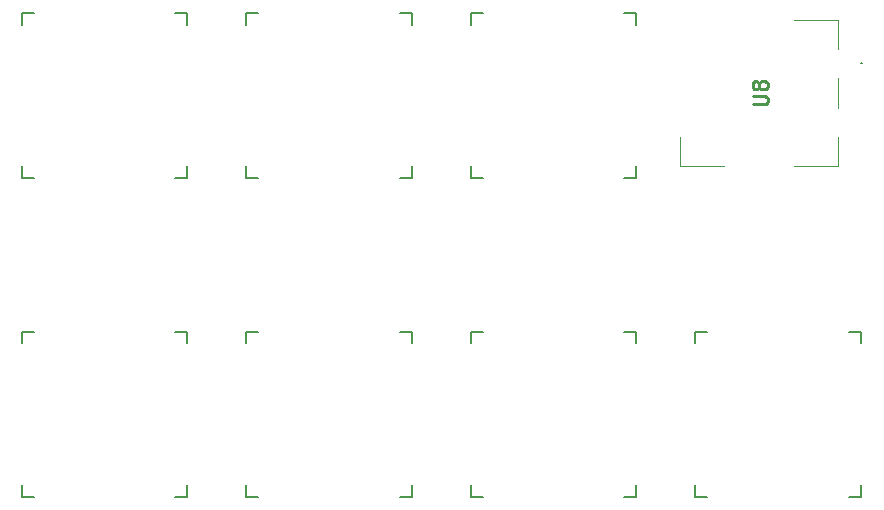
<source format=gbr>
%TF.GenerationSoftware,KiCad,Pcbnew,(5.1.10)-1*%
%TF.CreationDate,2021-12-06T23:58:12+09:00*%
%TF.ProjectId,MACRO-PAD-v0.1,4d414352-4f2d-4504-9144-2d76302e312e,rev?*%
%TF.SameCoordinates,Original*%
%TF.FileFunction,Legend,Top*%
%TF.FilePolarity,Positive*%
%FSLAX46Y46*%
G04 Gerber Fmt 4.6, Leading zero omitted, Abs format (unit mm)*
G04 Created by KiCad (PCBNEW (5.1.10)-1) date 2021-12-06 23:58:12*
%MOMM*%
%LPD*%
G01*
G04 APERTURE LIST*
%ADD10C,0.200000*%
%ADD11C,0.100000*%
%ADD12C,0.150000*%
%ADD13C,0.254000*%
G04 APERTURE END LIST*
D10*
%TO.C,U8*%
X122700000Y-93400000D02*
X122700000Y-93400000D01*
X122800000Y-93400000D02*
X122800000Y-93400000D01*
X122700000Y-93400000D02*
X122700000Y-93400000D01*
D11*
X107400000Y-102100000D02*
X107400000Y-102100000D01*
X107400000Y-99650000D02*
X107400000Y-102100000D01*
X107400000Y-99650000D02*
X107400000Y-99650000D01*
X107400000Y-102100000D02*
X107400000Y-99650000D01*
X107400000Y-102100000D02*
X111100000Y-102100000D01*
X107400000Y-102100000D02*
X107400000Y-102100000D01*
X111100000Y-102100000D02*
X107400000Y-102100000D01*
X111100000Y-102100000D02*
X111100000Y-102100000D01*
X117100000Y-102100000D02*
X120800000Y-102100000D01*
X117100000Y-102100000D02*
X117100000Y-102100000D01*
X120800000Y-102100000D02*
X117100000Y-102100000D01*
X120800000Y-102100000D02*
X120800000Y-102100000D01*
X120800000Y-99650000D02*
X120800000Y-99650000D01*
X120800000Y-102100000D02*
X120800000Y-99650000D01*
X120800000Y-102100000D02*
X120800000Y-102100000D01*
X120800000Y-99650000D02*
X120800000Y-102100000D01*
X120800000Y-94650000D02*
X120800000Y-94650000D01*
X120800000Y-97150000D02*
X120800000Y-94650000D01*
X120800000Y-97150000D02*
X120800000Y-97150000D01*
X120800000Y-94650000D02*
X120800000Y-97150000D01*
X120800000Y-89700000D02*
X120800000Y-89700000D01*
X120800000Y-92150000D02*
X120800000Y-89700000D01*
X120800000Y-92150000D02*
X120800000Y-92150000D01*
X120800000Y-89700000D02*
X120800000Y-92150000D01*
X120800000Y-89700000D02*
X117100000Y-89700000D01*
X120800000Y-89700000D02*
X120800000Y-89700000D01*
X117100000Y-89700000D02*
X120800000Y-89700000D01*
X117100000Y-89700000D02*
X117100000Y-89700000D01*
D10*
X122800000Y-93400000D02*
G75*
G02*
X122700000Y-93400000I-50000J0D01*
G01*
X122700000Y-93400000D02*
G75*
G02*
X122800000Y-93400000I50000J0D01*
G01*
X122800000Y-93400000D02*
G75*
G02*
X122700000Y-93400000I-50000J0D01*
G01*
D12*
%TO.C,U7*%
X122697000Y-116103000D02*
X122697000Y-117103000D01*
X121697000Y-130103000D02*
X122697000Y-130103000D01*
X122697000Y-116103000D02*
X121697000Y-116103000D01*
X122697000Y-129103000D02*
X122697000Y-130103000D01*
X108697000Y-130103000D02*
X108697000Y-129103000D01*
X109697000Y-116103000D02*
X108697000Y-116103000D01*
X108697000Y-130103000D02*
X109697000Y-130103000D01*
X108697000Y-117103000D02*
X108697000Y-116103000D01*
%TO.C,U6*%
X103697000Y-116103000D02*
X103697000Y-117103000D01*
X102697000Y-130103000D02*
X103697000Y-130103000D01*
X103697000Y-116103000D02*
X102697000Y-116103000D01*
X103697000Y-129103000D02*
X103697000Y-130103000D01*
X89697000Y-130103000D02*
X89697000Y-129103000D01*
X90697000Y-116103000D02*
X89697000Y-116103000D01*
X89697000Y-130103000D02*
X90697000Y-130103000D01*
X89697000Y-117103000D02*
X89697000Y-116103000D01*
%TO.C,U5*%
X84697000Y-116103000D02*
X84697000Y-117103000D01*
X83697000Y-130103000D02*
X84697000Y-130103000D01*
X84697000Y-116103000D02*
X83697000Y-116103000D01*
X84697000Y-129103000D02*
X84697000Y-130103000D01*
X70697000Y-130103000D02*
X70697000Y-129103000D01*
X71697000Y-116103000D02*
X70697000Y-116103000D01*
X70697000Y-130103000D02*
X71697000Y-130103000D01*
X70697000Y-117103000D02*
X70697000Y-116103000D01*
%TO.C,U4*%
X65697000Y-116103000D02*
X65697000Y-117103000D01*
X64697000Y-130103000D02*
X65697000Y-130103000D01*
X65697000Y-116103000D02*
X64697000Y-116103000D01*
X65697000Y-129103000D02*
X65697000Y-130103000D01*
X51697000Y-130103000D02*
X51697000Y-129103000D01*
X52697000Y-116103000D02*
X51697000Y-116103000D01*
X51697000Y-130103000D02*
X52697000Y-130103000D01*
X51697000Y-117103000D02*
X51697000Y-116103000D01*
%TO.C,U3*%
X103697000Y-89103000D02*
X103697000Y-90103000D01*
X102697000Y-103103000D02*
X103697000Y-103103000D01*
X103697000Y-89103000D02*
X102697000Y-89103000D01*
X103697000Y-102103000D02*
X103697000Y-103103000D01*
X89697000Y-103103000D02*
X89697000Y-102103000D01*
X90697000Y-89103000D02*
X89697000Y-89103000D01*
X89697000Y-103103000D02*
X90697000Y-103103000D01*
X89697000Y-90103000D02*
X89697000Y-89103000D01*
%TO.C,U2*%
X84697000Y-89103000D02*
X84697000Y-90103000D01*
X83697000Y-103103000D02*
X84697000Y-103103000D01*
X84697000Y-89103000D02*
X83697000Y-89103000D01*
X84697000Y-102103000D02*
X84697000Y-103103000D01*
X70697000Y-103103000D02*
X70697000Y-102103000D01*
X71697000Y-89103000D02*
X70697000Y-89103000D01*
X70697000Y-103103000D02*
X71697000Y-103103000D01*
X70697000Y-90103000D02*
X70697000Y-89103000D01*
%TO.C,U1*%
X65697000Y-89103000D02*
X65697000Y-90103000D01*
X64697000Y-103103000D02*
X65697000Y-103103000D01*
X65697000Y-89103000D02*
X64697000Y-89103000D01*
X65697000Y-102103000D02*
X65697000Y-103103000D01*
X51697000Y-103103000D02*
X51697000Y-102103000D01*
X52697000Y-89103000D02*
X51697000Y-89103000D01*
X51697000Y-103103000D02*
X52697000Y-103103000D01*
X51697000Y-90103000D02*
X51697000Y-89103000D01*
%TO.C,U8*%
D13*
X113554523Y-96867619D02*
X114582619Y-96867619D01*
X114703571Y-96807142D01*
X114764047Y-96746666D01*
X114824523Y-96625714D01*
X114824523Y-96383809D01*
X114764047Y-96262857D01*
X114703571Y-96202380D01*
X114582619Y-96141904D01*
X113554523Y-96141904D01*
X114098809Y-95355714D02*
X114038333Y-95476666D01*
X113977857Y-95537142D01*
X113856904Y-95597619D01*
X113796428Y-95597619D01*
X113675476Y-95537142D01*
X113615000Y-95476666D01*
X113554523Y-95355714D01*
X113554523Y-95113809D01*
X113615000Y-94992857D01*
X113675476Y-94932380D01*
X113796428Y-94871904D01*
X113856904Y-94871904D01*
X113977857Y-94932380D01*
X114038333Y-94992857D01*
X114098809Y-95113809D01*
X114098809Y-95355714D01*
X114159285Y-95476666D01*
X114219761Y-95537142D01*
X114340714Y-95597619D01*
X114582619Y-95597619D01*
X114703571Y-95537142D01*
X114764047Y-95476666D01*
X114824523Y-95355714D01*
X114824523Y-95113809D01*
X114764047Y-94992857D01*
X114703571Y-94932380D01*
X114582619Y-94871904D01*
X114340714Y-94871904D01*
X114219761Y-94932380D01*
X114159285Y-94992857D01*
X114098809Y-95113809D01*
%TD*%
M02*

</source>
